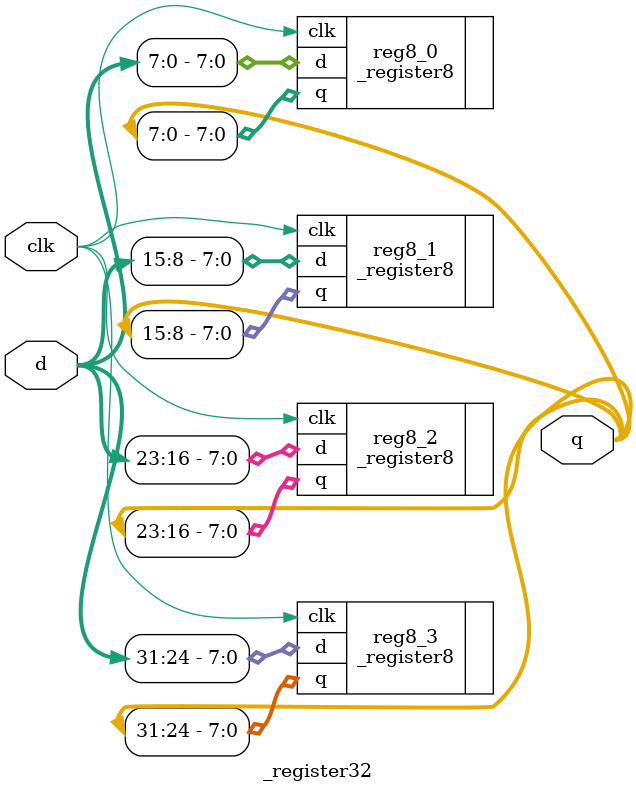
<source format=v>
module _register32(clk, d, q);
  input clk;
  input [31:0] d;
  output [31:0] q;
  
  //instance
  _register8 reg8_0(.clk(clk), .d(d[7:0]), .q(q[7:0]));
  _register8 reg8_1(.clk(clk), .d(d[15:8]), .q(q[15:8]));
  _register8 reg8_2(.clk(clk), .d(d[23:16]), .q(q[23:16]));
  _register8 reg8_3(.clk(clk), .d(d[31:24]), .q(q[31:24]));
  
endmodule

</source>
